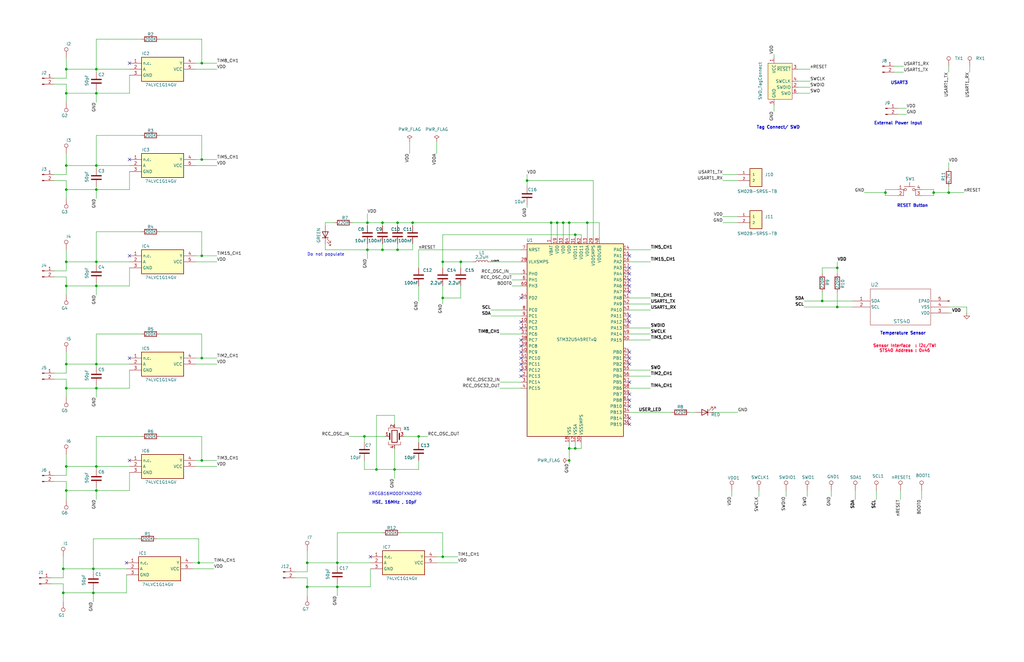
<source format=kicad_sch>
(kicad_sch (version 20231120) (generator "eeschema") (generator_version "8.0")
  (paper "B")
  (junction (at 27.94 163.83))
  (junction (at 27.94 39.37))
  (junction (at 240.03 189.23))
  (junction (at 85.09 67.31))
  (junction (at 40.64 163.83))
  (junction (at 27.94 80.01))
  (junction (at 154.94 105.41))
  (junction (at 40.64 29.21))
  (junction (at 40.64 120.65))
  (junction (at 85.09 194.31))
  (junction (at 85.09 151.13))
  (junction (at 40.64 207.01))
  (junction (at 39.37 250.19))
  (junction (at 40.64 39.37))
  (junction (at 85.09 26.67))
  (junction (at 40.64 110.49))
  (junction (at 85.09 107.95))
  (junction (at 242.57 99.06))
  (junction (at 26.67 250.19))
  (junction (at 40.64 196.85))
  (junction (at 237.49 93.98))
  (junction (at 83.82 237.49))
  (junction (at 39.37 240.03))
  (junction (at 373.38 81.28))
  (junction (at 353.06 113.03))
  (junction (at 26.67 240.03))
  (junction (at 186.69 234.95))
  (junction (at 158.75 198.12))
  (junction (at 393.7 81.28))
  (junction (at 400.05 81.28))
  (junction (at 186.69 110.49))
  (junction (at 222.25 76.2))
  (junction (at 166.37 198.12))
  (junction (at 240.03 194.31))
  (junction (at 27.94 196.85))
  (junction (at 186.69 125.73))
  (junction (at 27.94 69.85))
  (junction (at 27.94 110.49))
  (junction (at 142.24 247.65))
  (junction (at 27.94 207.01))
  (junction (at 161.29 93.98))
  (junction (at 129.54 247.65))
  (junction (at 161.29 105.41))
  (junction (at 194.31 110.49))
  (junction (at 129.54 237.49))
  (junction (at 234.95 93.98))
  (junction (at 346.71 127))
  (junction (at 247.65 93.98))
  (junction (at 173.99 93.98))
  (junction (at 154.94 93.98))
  (junction (at 40.64 69.85))
  (junction (at 240.03 93.98))
  (junction (at 27.94 29.21))
  (junction (at 167.64 105.41))
  (junction (at 40.64 153.67))
  (junction (at 142.24 237.49))
  (junction (at 153.67 184.15))
  (junction (at 27.94 153.67))
  (junction (at 353.06 129.54))
  (junction (at 167.64 93.98))
  (junction (at 242.57 189.23))
  (junction (at 176.53 184.15))
  (junction (at 40.64 80.01))
  (junction (at 232.41 93.98))
  (junction (at 27.94 120.65))
  (no_connect (at 54.61 151.13))
  (no_connect (at 219.71 135.89))
  (no_connect (at 219.71 156.21))
  (no_connect (at 265.43 148.59))
  (no_connect (at 265.43 153.67))
  (no_connect (at 265.43 176.53))
  (no_connect (at 219.71 138.43))
  (no_connect (at 54.61 194.31))
  (no_connect (at 54.61 67.31))
  (no_connect (at 265.43 118.11))
  (no_connect (at 265.43 166.37))
  (no_connect (at 265.43 168.91))
  (no_connect (at 265.43 135.89))
  (no_connect (at 219.71 151.13))
  (no_connect (at 219.71 158.75))
  (no_connect (at 219.71 153.67))
  (no_connect (at 265.43 113.03))
  (no_connect (at 265.43 115.57))
  (no_connect (at 265.43 123.19))
  (no_connect (at 219.71 143.51))
  (no_connect (at 265.43 107.95))
  (no_connect (at 265.43 151.13))
  (no_connect (at 219.71 148.59))
  (no_connect (at 265.43 133.35))
  (no_connect (at 219.71 146.05))
  (no_connect (at 54.61 107.95))
  (no_connect (at 265.43 179.07))
  (no_connect (at 265.43 120.65))
  (no_connect (at 53.34 237.49))
  (no_connect (at 54.61 26.67))
  (no_connect (at 265.43 161.29))
  (no_connect (at 219.71 125.73))
  (no_connect (at 265.43 171.45))
  (no_connect (at 156.21 234.95))
  (wire (pts (xy 346.71 127) (xy 359.41 127)))
  (wire (pts (xy 82.55 196.85) (xy 91.44 196.85)))
  (wire (pts (xy 393.7 81.28) (xy 400.05 81.28)))
  (wire (pts (xy 377.19 27.94) (xy 381 27.94)))
  (wire (pts (xy 156.21 247.65) (xy 156.21 240.03)))
  (wire (pts (xy 186.69 99.06) (xy 242.57 99.06)))
  (wire (pts (xy 353.06 110.49) (xy 353.06 113.03)))
  (wire (pts (xy 129.54 237.49) (xy 142.24 237.49)))
  (wire (pts (xy 85.09 151.13) (xy 91.44 151.13)))
  (wire (pts (xy 240.03 195.58) (xy 240.03 194.31)))
  (wire (pts (xy 85.09 26.67) (xy 91.44 26.67)))
  (wire (pts (xy 129.54 243.84) (xy 129.54 247.65)))
  (wire (pts (xy 82.55 194.31) (xy 85.09 194.31)))
  (wire (pts (xy 265.43 140.97) (xy 274.32 140.97)))
  (wire (pts (xy 85.09 57.15) (xy 85.09 67.31)))
  (wire (pts (xy 166.37 179.07) (xy 166.37 175.26)))
  (wire (pts (xy 400.05 27.94) (xy 400.05 30.48)))
  (wire (pts (xy 336.55 34.29) (xy 341.63 34.29)))
  (wire (pts (xy 407.67 129.54) (xy 407.67 132.08)))
  (wire (pts (xy 373.38 82.55) (xy 378.46 82.55)))
  (wire (pts (xy 27.94 207.01) (xy 27.94 210.82)))
  (wire (pts (xy 176.53 120.65) (xy 176.53 127)))
  (wire (pts (xy 158.75 175.26) (xy 158.75 198.12)))
  (wire (pts (xy 184.15 237.49) (xy 193.04 237.49)))
  (wire (pts (xy 336.55 39.37) (xy 341.63 39.37)))
  (wire (pts (xy 373.38 81.28) (xy 373.38 82.55)))
  (wire (pts (xy 326.39 44.45) (xy 326.39 46.99)))
  (wire (pts (xy 168.91 224.79) (xy 186.69 224.79)))
  (wire (pts (xy 142.24 238.76) (xy 142.24 237.49)))
  (wire (pts (xy 27.94 80.01) (xy 40.64 80.01)))
  (wire (pts (xy 153.67 184.15) (xy 153.67 186.69)))
  (wire (pts (xy 240.03 93.98) (xy 247.65 93.98)))
  (wire (pts (xy 40.64 29.21) (xy 40.64 16.51)))
  (wire (pts (xy 222.25 73.66) (xy 222.25 76.2)))
  (wire (pts (xy 154.94 90.17) (xy 154.94 93.98)))
  (wire (pts (xy 245.11 99.06) (xy 242.57 99.06)))
  (wire (pts (xy 129.54 247.65) (xy 129.54 251.46)))
  (wire (pts (xy 186.69 120.65) (xy 186.69 125.73)))
  (wire (pts (xy 304.8 91.44) (xy 311.15 91.44)))
  (wire (pts (xy 173.99 93.98) (xy 232.41 93.98)))
  (wire (pts (xy 147.32 184.15) (xy 153.67 184.15)))
  (wire (pts (xy 40.64 207.01) (xy 40.64 205.74)))
  (wire (pts (xy 67.31 16.51) (xy 85.09 16.51)))
  (wire (pts (xy 27.94 116.84) (xy 27.94 120.65)))
  (wire (pts (xy 186.69 110.49) (xy 194.31 110.49)))
  (wire (pts (xy 27.94 39.37) (xy 27.94 43.18)))
  (wire (pts (xy 40.64 120.65) (xy 40.64 119.38)))
  (wire (pts (xy 27.94 76.2) (xy 27.94 80.01)))
  (wire (pts (xy 400.05 81.28) (xy 406.4 81.28)))
  (wire (pts (xy 234.95 93.98) (xy 232.41 93.98)))
  (wire (pts (xy 129.54 241.3) (xy 129.54 237.49)))
  (wire (pts (xy 40.64 39.37) (xy 40.64 43.18)))
  (wire (pts (xy 142.24 247.65) (xy 156.21 247.65)))
  (wire (pts (xy 39.37 250.19) (xy 39.37 254)))
  (wire (pts (xy 82.55 26.67) (xy 85.09 26.67)))
  (wire (pts (xy 22.86 200.66) (xy 27.94 200.66)))
  (wire (pts (xy 124.46 243.84) (xy 129.54 243.84)))
  (wire (pts (xy 153.67 198.12) (xy 158.75 198.12)))
  (wire (pts (xy 408.94 27.94) (xy 408.94 30.48)))
  (wire (pts (xy 158.75 198.12) (xy 166.37 198.12)))
  (wire (pts (xy 27.94 120.65) (xy 27.94 124.46)))
  (wire (pts (xy 245.11 189.23) (xy 242.57 189.23)))
  (wire (pts (xy 85.09 97.79) (xy 85.09 107.95)))
  (wire (pts (xy 27.94 160.02) (xy 27.94 163.83)))
  (wire (pts (xy 207.01 130.81) (xy 219.71 130.81)))
  (wire (pts (xy 40.64 97.79) (xy 59.69 97.79)))
  (wire (pts (xy 40.64 198.12) (xy 40.64 196.85)))
  (wire (pts (xy 27.94 105.41) (xy 27.94 110.49)))
  (wire (pts (xy 336.55 29.21) (xy 341.63 29.21)))
  (wire (pts (xy 39.37 241.3) (xy 39.37 240.03)))
  (wire (pts (xy 304.8 73.66) (xy 311.15 73.66)))
  (wire (pts (xy 265.43 128.27) (xy 274.32 128.27)))
  (wire (pts (xy 22.86 73.66) (xy 27.94 73.66)))
  (wire (pts (xy 245.11 186.69) (xy 245.11 189.23)))
  (wire (pts (xy 166.37 198.12) (xy 166.37 201.93)))
  (wire (pts (xy 27.94 157.48) (xy 27.94 153.67)))
  (wire (pts (xy 22.86 116.84) (xy 27.94 116.84)))
  (wire (pts (xy 27.94 69.85) (xy 40.64 69.85)))
  (wire (pts (xy 360.68 207.01) (xy 360.68 210.82)))
  (wire (pts (xy 210.82 140.97) (xy 219.71 140.97)))
  (wire (pts (xy 176.53 198.12) (xy 166.37 198.12)))
  (wire (pts (xy 373.38 80.01) (xy 373.38 81.28)))
  (wire (pts (xy 222.25 76.2) (xy 222.25 78.74)))
  (wire (pts (xy 170.18 184.15) (xy 176.53 184.15)))
  (wire (pts (xy 142.24 237.49) (xy 142.24 224.79)))
  (wire (pts (xy 137.16 102.87) (xy 137.16 105.41)))
  (wire (pts (xy 400.05 78.74) (xy 400.05 81.28)))
  (wire (pts (xy 22.86 35.56) (xy 27.94 35.56)))
  (wire (pts (xy 27.94 163.83) (xy 40.64 163.83)))
  (wire (pts (xy 67.31 140.97) (xy 85.09 140.97)))
  (wire (pts (xy 265.43 158.75) (xy 274.32 158.75)))
  (wire (pts (xy 40.64 163.83) (xy 54.61 163.83)))
  (wire (pts (xy 27.94 35.56) (xy 27.94 39.37)))
  (wire (pts (xy 40.64 120.65) (xy 54.61 120.65)))
  (wire (pts (xy 26.67 240.03) (xy 39.37 240.03)))
  (wire (pts (xy 27.94 80.01) (xy 27.94 83.82)))
  (wire (pts (xy 129.54 232.41) (xy 129.54 237.49)))
  (wire (pts (xy 265.43 110.49) (xy 274.32 110.49)))
  (wire (pts (xy 242.57 100.33) (xy 242.57 99.06)))
  (wire (pts (xy 27.94 24.13) (xy 27.94 29.21)))
  (wire (pts (xy 154.94 105.41) (xy 161.29 105.41)))
  (wire (pts (xy 393.7 81.28) (xy 393.7 82.55)))
  (wire (pts (xy 176.53 184.15) (xy 180.34 184.15)))
  (wire (pts (xy 85.09 16.51) (xy 85.09 26.67)))
  (wire (pts (xy 293.37 173.99) (xy 290.83 173.99)))
  (wire (pts (xy 184.15 59.69) (xy 184.15 64.77)))
  (wire (pts (xy 27.94 73.66) (xy 27.94 69.85)))
  (wire (pts (xy 304.8 93.98) (xy 311.15 93.98)))
  (wire (pts (xy 154.94 93.98) (xy 154.94 95.25)))
  (wire (pts (xy 346.71 113.03) (xy 353.06 113.03)))
  (wire (pts (xy 67.31 97.79) (xy 85.09 97.79)))
  (wire (pts (xy 85.09 140.97) (xy 85.09 151.13)))
  (wire (pts (xy 39.37 227.33) (xy 58.42 227.33)))
  (wire (pts (xy 194.31 110.49) (xy 199.39 110.49)))
  (wire (pts (xy 210.82 163.83) (xy 219.71 163.83)))
  (wire (pts (xy 388.62 207.01) (xy 388.62 210.82)))
  (wire (pts (xy 142.24 224.79) (xy 161.29 224.79)))
  (wire (pts (xy 54.61 163.83) (xy 54.61 156.21)))
  (wire (pts (xy 67.31 57.15) (xy 85.09 57.15)))
  (wire (pts (xy 186.69 234.95) (xy 193.04 234.95)))
  (wire (pts (xy 27.94 200.66) (xy 27.94 196.85)))
  (wire (pts (xy 250.19 76.2) (xy 250.19 100.33)))
  (wire (pts (xy 129.54 247.65) (xy 142.24 247.65)))
  (wire (pts (xy 22.86 76.2) (xy 27.94 76.2)))
  (wire (pts (xy 54.61 39.37) (xy 54.61 31.75)))
  (wire (pts (xy 85.09 107.95) (xy 91.44 107.95)))
  (wire (pts (xy 40.64 39.37) (xy 54.61 39.37)))
  (wire (pts (xy 83.82 237.49) (xy 90.17 237.49)))
  (wire (pts (xy 265.43 156.21) (xy 274.32 156.21)))
  (wire (pts (xy 27.94 64.77) (xy 27.94 69.85)))
  (wire (pts (xy 82.55 153.67) (xy 91.44 153.67)))
  (wire (pts (xy 39.37 240.03) (xy 39.37 227.33)))
  (wire (pts (xy 340.36 207.01) (xy 340.36 209.55)))
  (wire (pts (xy 176.53 105.41) (xy 176.53 113.03)))
  (wire (pts (xy 167.64 102.87) (xy 167.64 105.41)))
  (wire (pts (xy 378.46 45.72) (xy 382.27 45.72)))
  (wire (pts (xy 85.09 67.31) (xy 91.44 67.31)))
  (wire (pts (xy 40.64 111.76) (xy 40.64 110.49)))
  (wire (pts (xy 207.01 133.35) (xy 219.71 133.35)))
  (wire (pts (xy 166.37 175.26) (xy 158.75 175.26)))
  (wire (pts (xy 222.25 76.2) (xy 250.19 76.2)))
  (wire (pts (xy 222.25 86.36) (xy 222.25 87.63)))
  (wire (pts (xy 40.64 163.83) (xy 40.64 162.56)))
  (wire (pts (xy 142.24 237.49) (xy 156.21 237.49)))
  (wire (pts (xy 379.73 207.01) (xy 379.73 210.82)))
  (wire (pts (xy 40.64 196.85) (xy 40.64 184.15)))
  (wire (pts (xy 142.24 247.65) (xy 142.24 251.46)))
  (wire (pts (xy 336.55 36.83) (xy 341.63 36.83)))
  (wire (pts (xy 240.03 189.23) (xy 242.57 189.23)))
  (wire (pts (xy 40.64 110.49) (xy 54.61 110.49)))
  (wire (pts (xy 153.67 184.15) (xy 162.56 184.15)))
  (wire (pts (xy 85.09 194.31) (xy 91.44 194.31)))
  (wire (pts (xy 27.94 110.49) (xy 40.64 110.49)))
  (wire (pts (xy 265.43 130.81) (xy 274.32 130.81)))
  (wire (pts (xy 240.03 189.23) (xy 240.03 186.69)))
  (wire (pts (xy 40.64 140.97) (xy 59.69 140.97)))
  (wire (pts (xy 234.95 93.98) (xy 234.95 100.33)))
  (wire (pts (xy 234.95 93.98) (xy 237.49 93.98)))
  (wire (pts (xy 27.94 120.65) (xy 40.64 120.65)))
  (wire (pts (xy 400.05 129.54) (xy 407.67 129.54)))
  (wire (pts (xy 210.82 161.29) (xy 219.71 161.29)))
  (wire (pts (xy 167.64 105.41) (xy 173.99 105.41)))
  (wire (pts (xy 378.46 48.26) (xy 382.27 48.26)))
  (wire (pts (xy 21.59 246.38) (xy 26.67 246.38)))
  (wire (pts (xy 401.32 132.08) (xy 400.05 132.08)))
  (wire (pts (xy 166.37 189.23) (xy 166.37 198.12)))
  (wire (pts (xy 40.64 207.01) (xy 40.64 210.82)))
  (wire (pts (xy 184.15 234.95) (xy 186.69 234.95)))
  (wire (pts (xy 350.52 207.01) (xy 350.52 209.55)))
  (wire (pts (xy 22.86 160.02) (xy 27.94 160.02)))
  (wire (pts (xy 237.49 93.98) (xy 240.03 93.98)))
  (wire (pts (xy 81.28 237.49) (xy 83.82 237.49)))
  (wire (pts (xy 82.55 151.13) (xy 85.09 151.13)))
  (wire (pts (xy 22.86 33.02) (xy 27.94 33.02)))
  (wire (pts (xy 161.29 102.87) (xy 161.29 105.41)))
  (wire (pts (xy 154.94 93.98) (xy 161.29 93.98)))
  (wire (pts (xy 27.94 148.59) (xy 27.94 153.67)))
  (wire (pts (xy 27.94 153.67) (xy 40.64 153.67)))
  (wire (pts (xy 388.62 80.01) (xy 393.7 80.01)))
  (wire (pts (xy 186.69 125.73) (xy 194.31 125.73)))
  (wire (pts (xy 137.16 95.25) (xy 137.16 93.98)))
  (wire (pts (xy 26.67 250.19) (xy 39.37 250.19)))
  (wire (pts (xy 27.94 39.37) (xy 40.64 39.37)))
  (wire (pts (xy 85.09 184.15) (xy 85.09 194.31)))
  (wire (pts (xy 54.61 207.01) (xy 54.61 199.39)))
  (wire (pts (xy 27.94 207.01) (xy 40.64 207.01)))
  (wire (pts (xy 265.43 125.73) (xy 274.32 125.73)))
  (wire (pts (xy 40.64 69.85) (xy 40.64 57.15)))
  (wire (pts (xy 237.49 93.98) (xy 237.49 100.33)))
  (wire (pts (xy 214.63 115.57) (xy 219.71 115.57)))
  (wire (pts (xy 81.28 240.03) (xy 90.17 240.03)))
  (wire (pts (xy 40.64 163.83) (xy 40.64 167.64)))
  (wire (pts (xy 40.64 30.48) (xy 40.64 29.21)))
  (wire (pts (xy 304.8 76.2) (xy 311.15 76.2)))
  (wire (pts (xy 161.29 93.98) (xy 167.64 93.98)))
  (wire (pts (xy 39.37 240.03) (xy 53.34 240.03)))
  (wire (pts (xy 173.99 102.87) (xy 173.99 105.41)))
  (wire (pts (xy 247.65 93.98) (xy 252.73 93.98)))
  (wire (pts (xy 54.61 120.65) (xy 54.61 113.03)))
  (wire (pts (xy 173.99 95.25) (xy 173.99 93.98)))
  (wire (pts (xy 186.69 125.73) (xy 186.69 128.27)))
  (wire (pts (xy 400.05 68.58) (xy 400.05 71.12)))
  (wire (pts (xy 353.06 123.19) (xy 353.06 129.54)))
  (wire (pts (xy 186.69 99.06) (xy 186.69 110.49)))
  (wire (pts (xy 369.57 207.01) (xy 369.57 210.82)))
  (wire (pts (xy 27.94 114.3) (xy 27.94 110.49)))
  (wire (pts (xy 26.67 234.95) (xy 26.67 240.03)))
  (wire (pts (xy 364.49 81.28) (xy 373.38 81.28)))
  (wire (pts (xy 252.73 100.33) (xy 252.73 93.98)))
  (wire (pts (xy 124.46 241.3) (xy 129.54 241.3)))
  (wire (pts (xy 393.7 80.01) (xy 393.7 81.28)))
  (wire (pts (xy 176.53 184.15) (xy 176.53 186.69)))
  (wire (pts (xy 326.39 22.86) (xy 326.39 24.13)))
  (wire (pts (xy 27.94 29.21) (xy 40.64 29.21)))
  (wire (pts (xy 265.43 143.51) (xy 274.32 143.51)))
  (wire (pts (xy 67.31 184.15) (xy 85.09 184.15)))
  (wire (pts (xy 339.09 127) (xy 346.71 127)))
  (wire (pts (xy 40.64 69.85) (xy 54.61 69.85)))
  (wire (pts (xy 40.64 29.21) (xy 54.61 29.21)))
  (wire (pts (xy 54.61 80.01) (xy 54.61 72.39)))
  (wire (pts (xy 40.64 16.51) (xy 59.69 16.51)))
  (wire (pts (xy 82.55 67.31) (xy 85.09 67.31)))
  (wire (pts (xy 388.62 82.55) (xy 393.7 82.55)))
  (wire (pts (xy 240.03 100.33) (xy 240.03 93.98)))
  (wire (pts (xy 83.82 227.33) (xy 83.82 237.49)))
  (wire (pts (xy 346.71 115.57) (xy 346.71 113.03)))
  (wire (pts (xy 40.64 39.37) (xy 40.64 38.1)))
  (wire (pts (xy 40.64 80.01) (xy 40.64 83.82)))
  (wire (pts (xy 240.03 194.31) (xy 240.03 189.23)))
  (wire (pts (xy 353.06 113.03) (xy 353.06 115.57)))
  (wire (pts (xy 82.55 29.21) (xy 91.44 29.21)))
  (wire (pts (xy 40.64 71.12) (xy 40.64 69.85)))
  (wire (pts (xy 26.67 250.19) (xy 26.67 254)))
  (wire (pts (xy 40.64 57.15) (xy 59.69 57.15)))
  (wire (pts (xy 346.71 123.19) (xy 346.71 127)))
  (wire (pts (xy 186.69 224.79) (xy 186.69 234.95)))
  (wire (pts (xy 27.94 163.83) (xy 27.94 167.64)))
  (wire (pts (xy 22.86 157.48) (xy 27.94 157.48)))
  (wire (pts (xy 66.04 227.33) (xy 83.82 227.33)))
  (wire (pts (xy 154.94 102.87) (xy 154.94 105.41)))
  (wire (pts (xy 265.43 105.41) (xy 274.32 105.41)))
  (wire (pts (xy 40.64 196.85) (xy 54.61 196.85)))
  (wire (pts (xy 154.94 105.41) (xy 154.94 109.22)))
  (wire (pts (xy 40.64 153.67) (xy 54.61 153.67)))
  (wire (pts (xy 82.55 107.95) (xy 85.09 107.95)))
  (wire (pts (xy 378.46 80.01) (xy 373.38 80.01)))
  (wire (pts (xy 40.64 184.15) (xy 59.69 184.15)))
  (wire (pts (xy 27.94 33.02) (xy 27.94 29.21)))
  (wire (pts (xy 265.43 138.43) (xy 274.32 138.43)))
  (wire (pts (xy 27.94 191.77) (xy 27.94 196.85)))
  (wire (pts (xy 40.64 80.01) (xy 40.64 78.74)))
  (wire (pts (xy 215.9 120.65) (xy 219.71 120.65)))
  (wire (pts (xy 377.19 30.48) (xy 381 30.48)))
  (wire (pts (xy 176.53 105.41) (xy 219.71 105.41)))
  (wire (pts (xy 311.15 173.99) (xy 300.99 173.99)))
  (wire (pts (xy 308.61 207.01) (xy 308.61 209.55)))
  (wire (pts (xy 22.86 114.3) (xy 27.94 114.3)))
  (wire (pts (xy 265.43 173.99) (xy 283.21 173.99)))
  (wire (pts (xy 167.64 93.98) (xy 173.99 93.98)))
  (wire (pts (xy 40.64 80.01) (xy 54.61 80.01)))
  (wire (pts (xy 82.55 110.49) (xy 91.44 110.49)))
  (wire (pts (xy 26.67 243.84) (xy 26.67 240.03)))
  (wire (pts (xy 161.29 93.98) (xy 161.29 95.25)))
  (wire (pts (xy 22.86 203.2) (xy 27.94 203.2)))
  (wire (pts (xy 232.41 93.98) (xy 232.41 100.33)))
  (wire (pts (xy 186.69 110.49) (xy 186.69 113.03)))
  (wire (pts (xy 27.94 196.85) (xy 40.64 196.85)))
  (wire (pts (xy 245.11 99.06) (xy 245.11 100.33)))
  (wire (pts (xy 26.67 246.38) (xy 26.67 250.19)))
  (wire (pts (xy 53.34 250.19) (xy 53.34 242.57)))
  (wire (pts (xy 142.24 247.65) (xy 142.24 246.38)))
  (wire (pts (xy 215.9 118.11) (xy 219.71 118.11)))
  (wire (pts (xy 207.01 110.49) (xy 219.71 110.49)))
  (wire (pts (xy 40.64 120.65) (xy 40.64 124.46)))
  (wire (pts (xy 40.64 153.67) (xy 40.64 140.97)))
  (wire (pts (xy 242.57 189.23) (xy 242.57 186.69)))
  (wire (pts (xy 39.37 250.19) (xy 39.37 248.92)))
  (wire (pts (xy 339.09 129.54) (xy 353.06 129.54)))
  (wire (pts (xy 21.59 243.84) (xy 26.67 243.84)))
  (wire (pts (xy 40.64 110.49) (xy 40.64 97.79)))
  (wire (pts (xy 331.47 207.01) (xy 331.47 209.55)))
  (wire (pts (xy 265.43 163.83) (xy 274.32 163.83)))
  (wire (pts (xy 167.64 93.98) (xy 167.64 95.25)))
  (wire (pts (xy 148.59 93.98) (xy 154.94 93.98)))
  (wire (pts (xy 353.06 129.54) (xy 359.41 129.54)))
  (wire (pts (xy 82.55 69.85) (xy 91.44 69.85)))
  (wire (pts (xy 247.65 93.98) (xy 247.65 100.33)))
  (wire (pts (xy 153.67 194.31) (xy 153.67 198.12)))
  (wire (pts (xy 194.31 110.49) (xy 194.31 113.03)))
  (wire (pts (xy 40.64 154.94) (xy 40.64 153.67)))
  (wire (pts (xy 320.04 207.01) (xy 320.04 209.55)))
  (wire (pts (xy 137.16 105.41) (xy 154.94 105.41)))
  (wire (pts (xy 194.31 120.65) (xy 194.31 125.73)))
  (wire (pts (xy 40.64 207.01) (xy 54.61 207.01)))
  (wire (pts (xy 172.72 59.69) (xy 172.72 64.77)))
  (wire (pts (xy 161.29 105.41) (xy 167.64 105.41)))
  (wire (pts (xy 176.53 194.31) (xy 176.53 198.12)))
  (wire (pts (xy 137.16 93.98) (xy 140.97 93.98)))
  (wire (pts (xy 27.94 203.2) (xy 27.94 207.01)))
  (wire (pts (xy 39.37 250.19) (xy 53.34 250.19)))
  (text "XRCGB16M000FXN02R0" (at 166.624 208.534 0) (effects (font (size 1.27 1.27))))
  (text "External Power Input\n" (at 378.714 52.07 0) (effects (font (size 1.27 1.27) (thickness 0.254) (bold yes))))
  (text "Sensor Interface  : i2c/TWI\nSTS40 Address : 0x46" (at 381.508 147.066 0) (effects (font (size 1.27 1.27) (thickness 0.254) (bold yes))))
  (text "RESET Button" (at 384.81 86.868 0) (effects (font (size 1.27 1.27) (thickness 0.254) (bold yes))))
  (text "Tag Connect/ SWD\n\n" (at 328.168 54.864 0) (effects (font (size 1.27 1.27) (thickness 0.254) (bold yes))))
  (text "HSE, 16MHz , 10pF\n\n" (at 166.37 213.106 0) (effects (font (size 1.27 1.27) (thickness 0.254) (bold yes))))
  (text "USART3\n" (at 379.222 35.052 0) (effects (font (size 1.27 1.27) (thickness 0.254) (bold yes))))
  (text "Do not populate" (at 137.414 107.442 0) (effects (font (size 1.27 1.27))))
  (text "Temperature Sensor\n" (at 380.746 140.716 0) (effects (font (size 1.27 1.27) (thickness 0.254) (bold yes))))
  (label "SWCLK" (at 274.32 140.97 0) (effects (font (thickness 0.254) (bold yes))))
  (label "GND" (at 40.64 43.18 270))
  (label "SWDIO" (at 331.47 209.55 270))
  (label "TIM1_CH1" (at 193.04 234.95 0))
  (label "GND" (at 40.64 83.82 270))
  (label "VDD" (at 401.32 132.08 0) (effects (font (thickness 0.254) (bold yes))))
  (label "GND" (at 154.94 109.22 270))
  (label "VDD" (at 91.44 196.85 0))
  (label "RCC_OSC32_IN" (at 210.82 161.29 180))
  (label "GND" (at 311.15 173.99 0))
  (label "VDD" (at 326.39 22.86 90))
  (label "VDD" (at 382.27 45.72 0))
  (label "USART1_RX" (at 381 27.94 0))
  (label "SWO" (at 274.32 156.21 0) (effects (font (thickness 0.254) (bold yes))))
  (label "VDD" (at 91.44 153.67 0))
  (label "GND" (at 142.24 251.46 270))
  (label "SWDIO" (at 274.32 138.43 0) (effects (font (thickness 0.254) (bold yes))))
  (label "TIM15_CH1" (at 274.32 110.49 0) (effects (font (thickness 0.254) (bold yes))))
  (label "VDD" (at 91.44 110.49 0))
  (label "BOOT0" (at 215.9 120.65 180))
  (label "TIM5_CH1" (at 274.32 105.41 0) (effects (font (thickness 0.254) (bold yes))))
  (label "VDD" (at 304.8 91.44 180))
  (label "GND" (at 222.25 87.63 270))
  (label "RCC_OSC_IN" (at 214.63 115.57 180))
  (label "VLXSMPS" (at 207.01 110.49 0) (effects (font (size 0.508 0.508))))
  (label "GND" (at 350.52 209.55 270))
  (label "SWO" (at 341.63 39.37 0))
  (label "VDD" (at 353.06 110.49 0) (effects (font (thickness 0.254) (bold yes))))
  (label "RCC_OSC_OUT" (at 180.34 184.15 0))
  (label "SWO" (at 340.36 209.55 270))
  (label "SCL" (at 207.01 130.81 180) (effects (font (thickness 0.254) (bold yes))))
  (label "SDA" (at 339.09 127 180) (effects (font (thickness 0.254) (bold yes))))
  (label "TIM8_CH1" (at 91.44 26.67 0))
  (label "GND" (at 186.69 128.27 270))
  (label "nRESET" (at 341.63 29.21 0))
  (label "SDA" (at 207.01 133.35 180) (effects (font (thickness 0.254) (bold yes))))
  (label "USART1_TX" (at 274.32 128.27 0) (effects (font (thickness 0.254) (bold yes))))
  (label "VDD" (at 222.25 73.66 0))
  (label "VDD" (at 193.04 237.49 0))
  (label "TIM2_CH1" (at 274.32 158.75 0) (effects (font (thickness 0.254) (bold yes))))
  (label "GND" (at 382.27 48.26 0))
  (label "VDD" (at 90.17 240.03 0))
  (label "nRESET" (at 406.4 81.28 0))
  (label "USART1_TX" (at 400.05 30.48 270))
  (label "USART1_RX" (at 408.94 30.48 270))
  (label "USART1_RX" (at 304.8 76.2 180))
  (label "TIM2_CH1" (at 91.44 151.13 0))
  (label "SCL" (at 369.57 210.82 270) (effects (font (thickness 0.254) (bold yes))))
  (label "TIM3_CH1" (at 274.32 143.51 0) (effects (font (thickness 0.254) (bold yes))))
  (label "TIM1_CH1" (at 274.32 125.73 0) (effects (font (thickness 0.254) (bold yes))))
  (label "VDD" (at 91.44 69.85 0))
  (label "BOOT0" (at 388.62 210.82 270))
  (label "SCL" (at 339.09 129.54 180) (effects (font (thickness 0.254) (bold yes))))
  (label "USART1_TX" (at 304.8 73.66 180))
  (label "USART1_RX" (at 274.32 130.81 0) (effects (font (thickness 0.254) (bold yes))))
  (label "nRESET" (at 379.73 210.82 270))
  (label "TIM3_CH1" (at 91.44 194.31 0))
  (label "GND" (at 364.49 81.28 180))
  (label "GND" (at 40.64 167.64 270))
  (label "TIM4_CH1" (at 90.17 237.49 0))
  (label "RCC_OSC_OUT" (at 215.9 118.11 180))
  (label "GND" (at 240.03 195.58 270))
  (label "USER_LED" (at 269.24 173.99 0) (effects (font (thickness 0.254) (bold yes))))
  (label "GND" (at 304.8 93.98 180))
  (label "VDD" (at 91.44 29.21 0))
  (label "TIM8_CH1" (at 210.82 140.97 180) (effects (font (thickness 0.254) (bold yes))))
  (label "SDA" (at 360.68 210.82 270) (effects (font (thickness 0.254) (bold yes))))
  (label "VDD" (at 400.05 68.58 0))
  (label "SWDIO" (at 341.63 36.83 0))
  (label "GND" (at 166.37 201.93 270))
  (label "TIM4_CH1" (at 274.32 163.83 0) (effects (font (thickness 0.254) (bold yes))))
  (label "TIM15_CH1" (at 91.44 107.95 0))
  (label "TIM5_CH1" (at 91.44 67.31 0))
  (label "VDD" (at 308.61 209.55 270))
  (label "GND" (at 39.37 254 270))
  (label "VDD" (at 172.72 64.77 270))
  (label "GND" (at 176.53 127 270))
  (label "nRESET" (at 176.53 105.41 0))
  (label "GND" (at 326.39 46.99 270))
  (label "GND" (at 40.64 210.82 270))
  (label "VDD" (at 154.94 90.17 0))
  (label "RCC_OSC32_OUT" (at 210.82 163.83 180))
  (label "VDDA" (at 184.15 64.77 270))
  (label "USART1_TX" (at 381 30.48 0))
  (label "GND" (at 40.64 124.46 270))
  (label "SWCLK" (at 320.04 209.55 270))
  (label "RCC_OSC_IN" (at 147.32 184.15 180))
  (label "SWCLK" (at 341.63 34.29 0))
  (symbol (lib_id "power:GND") (at 407.67 132.08 0) (unit 1)
    (property "Reference" "#PWR01" (effects (hide yes)))
    (property "Value" "GND" (effects (hide yes)))
    (property "Description" "Power symbol creates a global label with name \"GND\" , ground" (effects (hide yes)))
  )
  (symbol (lib_id "Connector:TestPoint") (at 320.04 207.01 0) (unit 1)
    (property "Reference" "SWCLK1" (at 316.738 201.422 0) (effects (justify left)))
    (property "Value" "DUT1" (effects (hide yes)))
    (property "Footprint" "TestPoint:TestPoint_Pad_1.0x1.0mm" (effects (hide yes)))
    (property "Description" "test point" (effects (hide yes)))
  )
  (symbol (lib_id "Connector:TestPoint") (at 308.61 207.01 0) (unit 1)
    (property "Reference" "VDD1" (at 306.832 201.676 0) (effects (justify left)))
    (property "Value" "DUT1" (effects (hide yes)))
    (property "Footprint" "TestPoint:TestPoint_Pad_1.0x1.0mm" (effects (hide yes)))
    (property "Description" "test point" (effects (hide yes)))
  )
  (symbol (lib_id "Device:C") (at 39.37 245.11 0) (unit 1)
    (property "Reference" "C1" (at 40.132 242.316 0) (effects (justify left)))
    (property "Value" "50pF" (at 35.306 247.142 90) (effects (justify left)))
    (property "Footprint" "Capacitor_SMD:C_0402_1005Metric" (effects (hide yes)))
    (property "Description" "Unpolarized capacitor" (effects (hide yes)))
  )
  (symbol (lib_id "Connector:TestPoint") (at 129.54 251.46 180) (unit 1)
    (property "Reference" "G7" (at 127.508 257.048 0) (effects (justify right)))
    (property "Value" "DUT1" (effects (hide yes)))
    (property "Footprint" "TestPoint:TestPoint_Pad_1.0x1.0mm" (effects (hide yes)))
    (property "Description" "test point" (effects (hide yes)))
  )
  (symbol (lib_id "Project_Work:74LVC1G14GV") (at 156.21 234.95 0) (unit 1)
    (property "Reference" "IC7" (at 163.068 230.886 0))
    (property "Value" "74LVC1G14GV" (at 169.418 244.094 0))
    (property "Footprint" "Project_Work:74LVC1G14GV" (effects (hide yes)))
    (property "Datasheet" "https://assets.nexperia.com/documents/data-sheet/74LVC1G14.pdf" (effects (hide yes)))
    (property "Description" "74LVC1G14 - Single Schmitt-trigger inverter@en-us" (effects (hide yes)))
    (property "Height" "1.1" (effects (hide yes)))
    (property "Manufacturer_Name" "Nexperia" (effects (hide yes)))
    (property "Manufacturer_Part_Number" "74LVC1G14GV,125" (effects (hide yes)))
    (property "Mouser Part Number" "771-74LVC1G14GV" (effects (hide yes)))
    (property "Mouser Price/Stock" "https://www.mouser.co.uk/ProductDetail/Nexperia/74LVC1G14GV125?qs=me8TqzrmIYUL5v%2FYSc8%2FIw%3D%3D" (effects (hide yes)))
    (property "Arrow Part Number" "74LVC1G14GV,125" (effects (hide yes)))
    (property "Arrow Price/Stock" "https://www.arrow.com/en/products/74lvc1g14gv125/nexperia?utm_currency=USD&region=nac" (effects (hide yes)))
  )
  (symbol (lib_id "Connector:Conn_01x02_Pin") (at 17.78 33.02 0) (unit 1)
    (property "Reference" "J2" (at 18.542 30.734 0))
    (property "Value" "Conn_01x02_Pin" (effects (hide yes)))
    (property "Footprint" "Connector_PinHeader_1.27mm:PinHeader_1x02_P1.27mm_Vertical" (effects (hide yes)))
    (property "Description" "Generic connector, single row, 01x02, script generated" (effects (hide yes)))
  )
  (symbol (lib_id "Device:R") (at 400.05 74.93 0) (unit 1)
    (property "Reference" "R11" (at 397.764 76.454 90) (effects (justify left)))
    (property "Value" "4.7K" (at 400.05 77.47 90) (effects (justify left)))
    (property "Footprint" "Resistor_SMD:R_0603_1608Metric" (effects (hide yes)))
    (property "Description" "Resistor" (effects (hide yes)))
  )
  (symbol (lib_id "Device:C") (at 176.53 116.84 0) (unit 1)
    (property "Reference" "C12" (at 178.308 114.046 0) (effects (justify left)))
    (property "Value" "100nF" (at 170.434 119.38 0) (effects (justify left)))
    (property "Footprint" "Resistor_SMD:R_0603_1608Metric" (effects (hide yes)))
    (property "Description" "Unpolarized capacitor" (effects (hide yes)))
  )
  (symbol (lib_id "Connector:Conn_01x02_Pin") (at 16.51 243.84 0) (unit 1)
    (property "Reference" "J1" (at 17.272 241.554 0))
    (property "Value" "Conn_01x02_Pin" (effects (hide yes)))
    (property "Footprint" "Connector_PinHeader_1.27mm:PinHeader_1x02_P1.27mm_Vertical" (effects (hide yes)))
    (property "Description" "Generic connector, single row, 01x02, script generated" (effects (hide yes)))
  )
  (symbol (lib_id "Device:Crystal_GND24") (at 166.37 184.15 0) (unit 1)
    (property "Reference" "X1" (at 171.45 180.848 0))
    (property "Value" "Crystal_GND24" (effects (hide yes)))
    (property "Footprint" "Project_Work:ECS-25MHz_XTAL" (effects (hide yes)))
    (property "Description" "Four pin crystal, GND on pins 2 and 4" (effects (hide yes)))
  )
  (symbol (lib_id "Device:R") (at 63.5 140.97 90) (unit 1)
    (property "Reference" "R5" (at 63.5 138.938 90))
    (property "Value" "200K" (at 63.5 140.97 90))
    (property "Footprint" "Resistor_SMD:R_0402_1005Metric" (effects (hide yes)))
    (property "Description" "Resistor" (effects (hide yes)))
  )
  (symbol (lib_id "power:PWR_FLAG") (at 172.72 59.69 0) (unit 1)
    (property "Reference" "#FLG01" (effects (hide yes)))
    (property "Value" "PWR_FLAG" (at 172.72 54.61 0))
    (property "Description" "Special symbol for telling ERC where power comes from" (effects (hide yes)))
  )
  (symbol (lib_id "Connector:Conn_01x02_Pin") (at 373.38 45.72 0) (unit 1)
    (property "Reference" "J9" (at 374.142 43.434 0))
    (property "Value" "Conn_01x02_Pin" (effects (hide yes)))
    (property "Footprint" "Connector_PinHeader_1.27mm:PinHeader_1x02_P1.27mm_Vertical" (effects (hide yes)))
    (property "Description" "Generic connector, single row, 01x02, script generated" (effects (hide yes)))
  )
  (symbol (lib_id "Connector:TestPoint") (at 340.36 207.01 0) (unit 1)
    (property "Reference" "SWO1" (at 338.074 201.422 0) (effects (justify left)))
    (property "Value" "DUT1" (effects (hide yes)))
    (property "Footprint" "TestPoint:TestPoint_Pad_1.0x1.0mm" (effects (hide yes)))
    (property "Description" "test point" (effects (hide yes)))
  )
  (symbol (lib_id "Connector:Conn_01x02_Pin") (at 372.11 27.94 0) (unit 1)
    (property "Reference" "J8" (at 372.872 25.654 0))
    (property "Value" "Conn_01x02_Pin" (effects (hide yes)))
    (property "Footprint" "Connector_PinHeader_1.27mm:PinHeader_1x02_P1.27mm_Vertical" (effects (hide yes)))
    (property "Description" "Generic connector, single row, 01x02, script generated" (effects (hide yes)))
  )
  (symbol (lib_id "Connector:TestPoint") (at 388.62 207.01 0) (unit 1)
    (property "Reference" "BOOT1" (at 386.08 200.66 0) (effects (justify left)))
    (property "Value" "DUT1" (effects (hide yes)))
    (property "Footprint" "TestPoint:TestPoint_Pad_1.0x1.0mm" (effects (hide yes)))
    (property "Description" "test point" (effects (hide yes)))
  )
  (symbol (lib_id "Device:R") (at 63.5 184.15 90) (unit 1)
    (property "Reference" "R6" (at 63.5 182.118 90))
    (property "Value" "200K" (at 63.5 184.15 90))
    (property "Footprint" "Resistor_SMD:R_0402_1005Metric" (effects (hide yes)))
    (property "Description" "Resistor" (effects (hide yes)))
  )
  (symbol (lib_id "Connector:TestPoint") (at 369.57 207.01 0) (unit 1)
    (property "Reference" "SCL1" (at 367.792 200.914 0) (effects (justify left)))
    (property "Value" "DUT1" (effects (hide yes)))
    (property "Footprint" "TestPoint:TestPoint_Pad_1.0x1.0mm" (effects (hide yes)))
    (property "Description" "test point" (effects (hide yes)))
  )
  (symbol (lib_id "Connector:TestPoint") (at 27.94 124.46 180) (unit 1)
    (property "Reference" "G4" (at 25.908 130.048 0) (effects (justify right)))
    (property "Value" "DUT1" (effects (hide yes)))
    (property "Footprint" "TestPoint:TestPoint_Pad_1.0x1.0mm" (effects (hide yes)))
    (property "Description" "test point" (effects (hide yes)))
  )
  (symbol (lib_id "Device:R") (at 63.5 97.79 90) (unit 1)
    (property "Reference" "R4" (at 63.5 95.758 90))
    (property "Value" "200K" (at 63.5 97.79 90))
    (property "Footprint" "Resistor_SMD:R_0402_1005Metric" (effects (hide yes)))
    (property "Description" "Resistor" (effects (hide yes)))
  )
  (symbol (lib_id "Connector:TestPoint") (at 400.05 27.94 0) (unit 1)
    (property "Reference" "TX1" (at 402.59 24.6379 0) (effects (justify left)))
    (property "Value" "DUT1" (effects (hide yes)))
    (property "Footprint" "TestPoint:TestPoint_Pad_1.0x1.0mm" (effects (hide yes)))
    (property "Description" "test point" (effects (hide yes)))
  )
  (symbol (lib_id "Device:LED") (at 297.18 173.99 180) (unit 1)
    (property "Reference" "D2" (effects (hide yes)))
    (property "Value" "RED" (at 301.752 175.006 0))
    (property "Footprint" "LED_SMD:LED_0603_1608Metric" (effects (hide yes)))
    (property "Description" "Light emitting diode" (effects (hide yes)))
  )
  (symbol (lib_id "Connector:TestPoint") (at 26.67 254 180) (unit 1)
    (property "Reference" "G1" (at 24.638 259.588 0) (effects (justify right)))
    (property "Value" "DUT1" (effects (hide yes)))
    (property "Footprint" "TestPoint:TestPoint_Pad_1.0x1.0mm" (effects (hide yes)))
    (property "Description" "test point" (effects (hide yes)))
  )
  (symbol (lib_id "MCU_ST_STM32U5:STM32U545RETxQ") (at 242.57 143.51 0) (unit 1)
    (property "Reference" "U1" (at 221.996 101.346 0) (effects (justify left)))
    (property "Value" "STM32U545RETxQ" (at 234.696 143.256 0) (effects (justify left)))
    (property "Footprint" "Package_QFP:LQFP-64_10x10mm_P0.5mm" (effects (hide yes)))
    (property "Datasheet" "https://www.st.com/resource/en/datasheet/stm32u545re.pdf" (effects (hide yes)))
    (property "Description" "STMicroelectronics Arm Cortex-M33 MCU, 512KB flash, 274KB RAM, 47 GPIO, LQFP64" (effects (hide yes)))
  )
  (symbol (lib_id "Connector:TestPoint") (at 360.68 207.01 0) (unit 1)
    (property "Reference" "SDA1" (at 358.394 201.422 0) (effects (justify left)))
    (property "Value" "DUT1" (effects (hide yes)))
    (property "Footprint" "TestPoint:TestPoint_Pad_1.0x1.0mm" (effects (hide yes)))
    (property "Description" "test point" (effects (hide yes)))
  )
  (symbol (lib_id "Connector:TestPoint") (at 27.94 191.77 0) (unit 1)
    (property "Reference" "I6" (at 29.972 186.182 0) (effects (justify right)))
    (property "Value" "DUT1" (effects (hide yes)))
    (property "Footprint" "TestPoint:TestPoint_Pad_1.0x1.0mm" (effects (hide yes)))
    (property "Description" "test point" (effects (hide yes)))
  )
  (symbol (lib_id "Project_Work:74LVC1G14GV") (at 53.34 237.49 0) (unit 1)
    (property "Reference" "IC1" (at 60.198 233.426 0))
    (property "Value" "74LVC1G14GV" (at 66.548 246.634 0))
    (property "Footprint" "Project_Work:74LVC1G14GV" (effects (hide yes)))
    (property "Datasheet" "https://assets.nexperia.com/documents/data-sheet/74LVC1G14.pdf" (effects (hide yes)))
    (property "Description" "74LVC1G14 - Single Schmitt-trigger inverter@en-us" (effects (hide yes)))
    (property "Height" "1.1" (effects (hide yes)))
    (property "Manufacturer_Name" "Nexperia" (effects (hide yes)))
    (property "Manufacturer_Part_Number" "74LVC1G14GV,125" (effects (hide yes)))
    (property "Mouser Part Number" "771-74LVC1G14GV" (effects (hide yes)))
    (property "Mouser Price/Stock" "https://www.mouser.co.uk/ProductDetail/Nexperia/74LVC1G14GV125?qs=me8TqzrmIYUL5v%2FYSc8%2FIw%3D%3D" (effects (hide yes)))
    (property "Arrow Part Number" "74LVC1G14GV,125" (effects (hide yes)))
    (property "Arrow Price/Stock" "https://www.arrow.com/en/products/74lvc1g14gv125/nexperia?utm_currency=USD&region=nac" (effects (hide yes)))
  )
  (symbol (lib_id "Connector:TestPoint") (at 27.94 167.64 180) (unit 1)
    (property "Reference" "G5" (at 25.908 173.228 0) (effects (justify right)))
    (property "Value" "DUT1" (effects (hide yes)))
    (property "Footprint" "TestPoint:TestPoint_Pad_1.0x1.0mm" (effects (hide yes)))
    (property "Description" "test point" (effects (hide yes)))
  )
  (symbol (lib_id "Project_Work:STS40-CD1B-R3") (at 359.41 127 0) (unit 1)
    (property "Reference" "U2" (at 368.808 120.142 0) (effects (font (size 1.524 1.524))))
    (property "Value" "STS40" (at 380.238 135.636 0) (effects (font (size 1.524 1.524))))
    (property "Footprint" "Project_Work:STS40" (effects (hide yes)))
    (property "Datasheet" "STS40-CD1B-R3" (effects (hide yes)))
  )
  (symbol (lib_id "Connector:Conn_ARM_SWD_TagConnect_TC2030-NL") (at 328.93 34.29 0) (unit 1) (in_bom no)
    (property "Reference" "J7" (effects (hide yes)))
    (property "Value" "SWD_TagConnect" (at 320.548 26.162 90) (effects (justify right)))
    (property "Footprint" "Connector:Tag-Connect_TC2030-IDC-NL_2x03_P1.27mm_Vertical" (effects (hide yes)))
    (property "Datasheet" "https://www.tag-connect.com/wp-content/uploads/bsk-pdf-manager/TC2030-CTX_1.pdf" (effects (hide yes)))
    (property "Description" "Tag-Connect ARM Cortex SWD JTAG connector, 6 pin, no legs" (effects (hide yes)))
  )
  (symbol (lib_id "Connector:TestPoint") (at 27.94 148.59 0) (unit 1)
    (property "Reference" "I5" (at 29.972 143.002 0) (effects (justify right)))
    (property "Value" "DUT1" (effects (hide yes)))
    (property "Footprint" "TestPoint:TestPoint_Pad_1.0x1.0mm" (effects (hide yes)))
    (property "Description" "test point" (effects (hide yes)))
  )
  (symbol (lib_id "Project_Work:SM02B-SRSS-TB_LF__SN_") (at 311.15 78.74 0) (unit 1)
    (property "Reference" "J10" (at 322.58 73.6599 0) (effects (justify left)))
    (property "Value" "SM02B-SRSS-TB" (at 310.896 80.772 0) (effects (justify left)))
    (property "Footprint" "Project_Work:SM02B-SRSS-TB" (effects (hide yes)))
    (property "Description" "SH Series 2 Position 1 mm Pitch Surface Mount Side Entry Shrouded Header" (effects (hide yes)))
    (property "MF" "JST Sales" (effects (hide yes)))
    (property "PACKAGE" "None" (effects (hide yes)))
    (property "PRICE" "0.23 USD" (effects (hide yes)))
    (property "Package" "None" (effects (hide yes)))
    (property "Check_prices" "https://www.snapeda.com/parts/SM02B-SRSS-TB(LF)(SN)/JST/view-part/?ref=eda" (effects (hide yes)))
    (property "Price" "None" (effects (hide yes)))
    (property "SnapEDA_Link" "https://www.snapeda.com/parts/SM02B-SRSS-TB(LF)(SN)/JST/view-part/?ref=snap" (effects (hide yes)))
    (property "MP" "SM02B-SRSS-TB(LF)(SN)" (effects (hide yes)))
    (property "Availability" "In Stock" (effects (hide yes)))
    (property "AVAILABILITY" "Good" (effects (hide yes)))
    (property "Description_1" "\n                        \n                            Connector Header Surface Mount, Right Angle 2 position 0.039 (1.00mm)\n                        \n" (effects (hide yes)))
  )
  (symbol (lib_id "Switch:SW_MEC_5E") (at 383.54 82.55 0) (unit 1)
    (property "Reference" "SW1" (at 383.794 75.438 0))
    (property "Value" "SW_MEC_5E" (effects (hide yes)))
    (property "Footprint" "Project_Work:SW4_PTS815 SJM 250 SMTR LFS_CNK" (effects (hide yes)))
    (property "Datasheet" "http://www.apem.com/int/index.php?controller=attachment&id_attachment=1371" (effects (hide yes)))
    (property "Description" "MEC 5E single pole normally-open tactile switch" (effects (hide yes)))
  )
  (symbol (lib_id "Project_Work:SM02B-SRSS-TB_LF__SN_") (at 311.15 96.52 0) (unit 1)
    (property "Reference" "J11" (at 322.58 91.4399 0) (effects (justify left)))
    (property "Value" "SM02B-SRSS-TB" (at 310.896 98.552 0) (effects (justify left)))
    (property "Footprint" "Project_Work:SM02B-SRSS-TB" (effects (hide yes)))
    (property "Description" "SH Series 2 Position 1 mm Pitch Surface Mount Side Entry Shrouded Header" (effects (hide yes)))
    (property "MF" "JST Sales" (effects (hide yes)))
    (property "PACKAGE" "None" (effects (hide yes)))
    (property "PRICE" "0.23 USD" (effects (hide yes)))
    (property "Package" "None" (effects (hide yes)))
    (property "Check_prices" "https://www.snapeda.com/parts/SM02B-SRSS-TB(LF)(SN)/JST/view-part/?ref=eda" (effects (hide yes)))
    (property "Price" "None" (effects (hide yes)))
    (property "SnapEDA_Link" "https://www.snapeda.com/parts/SM02B-SRSS-TB(LF)(SN)/JST/view-part/?ref=snap" (effects (hide yes)))
    (property "MP" "SM02B-SRSS-TB(LF)(SN)" (effects (hide yes)))
    (property "Availability" "In Stock" (effects (hide yes)))
    (property "AVAILABILITY" "Good" (effects (hide yes)))
    (property "Description_1" "\n                        \n                            Connector Header Surface Mount, Right Angle 2 position 0.039 (1.00mm)\n                        \n" (effects (hide yes)))
  )
  (symbol (lib_id "Project_Work:74LVC1G14GV") (at 54.61 67.31 0) (unit 1)
    (property "Reference" "IC3" (at 61.468 63.246 0))
    (property "Value" "74LVC1G14GV" (at 67.818 76.454 0))
    (property "Footprint" "Project_Work:74LVC1G14GV" (effects (hide yes)))
    (property "Datasheet" "https://assets.nexperia.com/documents/data-sheet/74LVC1G14.pdf" (effects (hide yes)))
    (property "Description" "74LVC1G14 - Single Schmitt-trigger inverter@en-us" (effects (hide yes)))
    (property "Height" "1.1" (effects (hide yes)))
    (property "Manufacturer_Name" "Nexperia" (effects (hide yes)))
    (property "Manufacturer_Part_Number" "74LVC1G14GV,125" (effects (hide yes)))
    (property "Mouser Part Number" "771-74LVC1G14GV" (effects (hide yes)))
    (property "Mouser Price/Stock" "https://www.mouser.co.uk/ProductDetail/Nexperia/74LVC1G14GV125?qs=me8TqzrmIYUL5v%2FYSc8%2FIw%3D%3D" (effects (hide yes)))
    (property "Arrow Part Number" "74LVC1G14GV,125" (effects (hide yes)))
    (property "Arrow Price/Stock" "https://www.arrow.com/en/products/74lvc1g14gv125/nexperia?utm_currency=USD&region=nac" (effects (hide yes)))
  )
  (symbol (lib_id "Device:C") (at 161.29 99.06 0) (unit 1)
    (property "Reference" "C9" (at 158.496 96.774 0) (effects (justify left)))
    (property "Value" "100nF" (at 155.194 101.6 0) (effects (justify left)))
    (property "Footprint" "Capacitor_SMD:C_0402_1005Metric" (effects (hide yes)))
    (property "Description" "Unpolarized capacitor" (effects (hide yes)))
  )
  (symbol (lib_id "Project_Work:74LVC1G14GV") (at 54.61 107.95 0) (unit 1)
    (property "Reference" "IC4" (at 61.468 103.886 0))
    (property "Value" "74LVC1G14GV" (at 67.818 117.094 0))
    (property "Footprint" "Project_Work:74LVC1G14GV" (effects (hide yes)))
    (property "Datasheet" "https://assets.nexperia.com/documents/data-sheet/74LVC1G14.pdf" (effects (hide yes)))
    (property "Description" "74LVC1G14 - Single Schmitt-trigger inverter@en-us" (effects (hide yes)))
    (property "Height" "1.1" (effects (hide yes)))
    (property "Manufacturer_Name" "Nexperia" (effects (hide yes)))
    (property "Manufacturer_Part_Number" "74LVC1G14GV,125" (effects (hide yes)))
    (property "Mouser Part Number" "771-74LVC1G14GV" (effects (hide yes)))
    (property "Mouser Price/Stock" "https://www.mouser.co.uk/ProductDetail/Nexperia/74LVC1G14GV125?qs=me8TqzrmIYUL5v%2FYSc8%2FIw%3D%3D" (effects (hide yes)))
    (property "Arrow Part Number" "74LVC1G14GV,125" (effects (hide yes)))
    (property "Arrow Price/Stock" "https://www.arrow.com/en/products/74lvc1g14gv125/nexperia?utm_currency=USD&region=nac" (effects (hide yes)))
  )
  (symbol (lib_id "Device:C") (at 154.94 99.06 0) (unit 1)
    (property "Reference" "C8" (at 150.876 96.774 0) (effects (justify left)))
    (property "Value" "10uF" (at 149.606 101.6 0) (effects (justify left)))
    (property "Footprint" "Capacitor_SMD:C_0402_1005Metric" (effects (hide yes)))
    (property "Description" "Unpolarized capacitor" (effects (hide yes)))
  )
  (symbol (lib_id "Connector:TestPoint") (at 27.94 24.13 0) (unit 1)
    (property "Reference" "I2" (at 29.972 18.542 0) (effects (justify right)))
    (property "Value" "DUT1" (effects (hide yes)))
    (property "Footprint" "TestPoint:TestPoint_Pad_1.0x1.0mm" (effects (hide yes)))
    (property "Description" "test point" (effects (hide yes)))
  )
  (symbol (lib_id "Device:C") (at 142.24 242.57 0) (unit 1)
    (property "Reference" "C17" (at 143.002 239.776 0) (effects (justify left)))
    (property "Value" "50pF" (at 138.176 244.602 90) (effects (justify left)))
    (property "Footprint" "Capacitor_SMD:C_0603_1608Metric_Pad1.08x0.95mm_HandSolder" (effects (hide yes)))
    (property "Description" "Unpolarized capacitor" (effects (hide yes)))
  )
  (symbol (lib_id "Device:R") (at 62.23 227.33 90) (unit 1)
    (property "Reference" "R1" (at 62.23 225.298 90))
    (property "Value" "200K" (at 62.23 227.33 90))
    (property "Footprint" "Resistor_SMD:R_0402_1005Metric" (effects (hide yes)))
    (property "Description" "Resistor" (effects (hide yes)))
  )
  (symbol (lib_id "Project_Work:74LVC1G14GV") (at 54.61 194.31 0) (unit 1)
    (property "Reference" "IC6" (at 61.468 190.246 0))
    (property "Value" "74LVC1G14GV" (at 67.818 203.454 0))
    (property "Footprint" "Project_Work:74LVC1G14GV" (effects (hide yes)))
    (property "Datasheet" "https://assets.nexperia.com/documents/data-sheet/74LVC1G14.pdf" (effects (hide yes)))
    (property "Description" "74LVC1G14 - Single Schmitt-trigger inverter@en-us" (effects (hide yes)))
    (property "Height" "1.1" (effects (hide yes)))
    (property "Manufacturer_Name" "Nexperia" (effects (hide yes)))
    (property "Manufacturer_Part_Number" "74LVC1G14GV,125" (effects (hide yes)))
    (property "Mouser Part Number" "771-74LVC1G14GV" (effects (hide yes)))
    (property "Mouser Price/Stock" "https://www.mouser.co.uk/ProductDetail/Nexperia/74LVC1G14GV125?qs=me8TqzrmIYUL5v%2FYSc8%2FIw%3D%3D" (effects (hide yes)))
    (property "Arrow Part Number" "74LVC1G14GV,125" (effects (hide yes)))
    (property "Arrow Price/Stock" "https://www.arrow.com/en/products/74lvc1g14gv125/nexperia?utm_currency=USD&region=nac" (effects (hide yes)))
  )
  (symbol (lib_id "Device:L") (at 203.2 110.49 90) (unit 1)
    (property "Reference" "L1" (at 203.2 106.68 90))
    (property "Value" "2.2uH" (at 203.2 108.458 90))
    (property "Footprint" "Inductor_SMD:L_0603_1608Metric" (effects (hide yes)))
    (property "Description" "Inductor" (effects (hide yes)))
  )
  (symbol (lib_id "Device:C") (at 40.64 74.93 0) (unit 1)
    (property "Reference" "C3" (at 41.402 72.136 0) (effects (justify left)))
    (property "Value" "50pF" (at 36.576 76.962 90) (effects (justify left)))
    (property "Footprint" "Capacitor_SMD:C_0402_1005Metric" (effects (hide yes)))
    (property "Description" "Unpolarized capacitor" (effects (hide yes)))
  )
  (symbol (lib_id "Device:C") (at 40.64 158.75 0) (unit 1)
    (property "Reference" "C5" (at 41.402 155.956 0) (effects (justify left)))
    (property "Value" "50pF" (at 36.576 160.782 90) (effects (justify left)))
    (property "Footprint" "Capacitor_SMD:C_0402_1005Metric" (effects (hide yes)))
    (property "Description" "Unpolarized capacitor" (effects (hide yes)))
  )
  (symbol (lib_id "Device:C") (at 186.69 116.84 0) (unit 1)
    (property "Reference" "C14" (at 188.468 114.046 0) (effects (justify left)))
    (property "Value" "2.2uF" (at 181.356 119.38 0) (effects (justify left)))
    (property "Footprint" "Capacitor_SMD:C_0402_1005Metric" (effects (hide yes)))
    (property "Description" "Unpolarized capacitor" (effects (hide yes)))
  )
  (symbol (lib_id "Connector:Conn_01x02_Pin") (at 17.78 73.66 0) (unit 1)
    (property "Reference" "J3" (at 18.542 71.374 0))
    (property "Value" "Conn_01x02_Pin" (effects (hide yes)))
    (property "Footprint" "Connector_PinHeader_1.27mm:PinHeader_1x02_P1.27mm_Vertical" (effects (hide yes)))
    (property "Description" "Generic connector, single row, 01x02, script generated" (effects (hide yes)))
  )
  (symbol (lib_id "Device:R") (at 287.02 173.99 270) (unit 1)
    (property "Reference" "R8" (at 285.496 171.704 90) (effects (justify left)))
    (property "Value" "220R" (at 284.48 173.99 90) (effects (justify left)))
    (property "Footprint" "Resistor_SMD:R_0402_1005Metric" (effects (hide yes)))
    (property "Description" "Resistor" (effects (hide yes)))
  )
  (symbol (lib_id "Device:R") (at 165.1 224.79 90) (unit 1)
    (property "Reference" "R12" (at 165.1 222.758 90))
    (property "Value" "200K" (at 165.1 224.79 90))
    (property "Footprint" "Resistor_SMD:R_0603_1608Metric_Pad0.98x0.95mm_HandSolder" (effects (hide yes)))
    (property "Description" "Resistor" (effects (hide yes)))
  )
  (symbol (lib_id "Device:C") (at 40.64 201.93 0) (unit 1)
    (property "Reference" "C6" (at 41.402 199.136 0) (effects (justify left)))
    (property "Value" "50pF" (at 36.576 203.962 90) (effects (justify left)))
    (property "Footprint" "Capacitor_SMD:C_0402_1005Metric" (effects (hide yes)))
    (property "Description" "Unpolarized capacitor" (effects (hide yes)))
  )
  (symbol (lib_id "Connector:Conn_01x02_Pin") (at 17.78 157.48 0) (unit 1)
    (property "Reference" "J5" (at 18.542 155.194 0))
    (property "Value" "Conn_01x02_Pin" (effects (hide yes)))
    (property "Footprint" "Connector_PinHeader_1.27mm:PinHeader_1x02_P1.27mm_Vertical" (effects (hide yes)))
    (property "Description" "Generic connector, single row, 01x02, script generated" (effects (hide yes)))
  )
  (symbol (lib_id "Connector:TestPoint") (at 331.47 207.01 0) (unit 1)
    (property "Reference" "SWDIO1" (at 328.422 201.422 0) (effects (justify left)))
    (property "Value" "DUT1" (effects (hide yes)))
    (property "Footprint" "TestPoint:TestPoint_Pad_1.0x1.0mm" (effects (hide yes)))
    (property "Description" "test point" (effects (hide yes)))
  )
  (symbol (lib_id "Project_Work:74LVC1G14GV") (at 54.61 151.13 0) (unit 1)
    (property "Reference" "IC5" (at 61.468 147.066 0))
    (property "Value" "74LVC1G14GV" (at 67.818 160.274 0))
    (property "Footprint" "Project_Work:74LVC1G14GV" (effects (hide yes)))
    (property "Datasheet" "https://assets.nexperia.com/documents/data-sheet/74LVC1G14.pdf" (effects (hide yes)))
    (property "Description" "74LVC1G14 - Single Schmitt-trigger inverter@en-us" (effects (hide yes)))
    (property "Height" "1.1" (effects (hide yes)))
    (property "Manufacturer_Name" "Nexperia" (effects (hide yes)))
    (property "Manufacturer_Part_Number" "74LVC1G14GV,125" (effects (hide yes)))
    (property "Mouser Part Number" "771-74LVC1G14GV" (effects (hide yes)))
    (property "Mouser Price/Stock" "https://www.mouser.co.uk/ProductDetail/Nexperia/74LVC1G14GV125?qs=me8TqzrmIYUL5v%2FYSc8%2FIw%3D%3D" (effects (hide yes)))
    (property "Arrow Part Number" "74LVC1G14GV,125" (effects (hide yes)))
    (property "Arrow Price/Stock" "https://www.arrow.com/en/products/74lvc1g14gv125/nexperia?utm_currency=USD&region=nac" (effects (hide yes)))
  )
  (symbol (lib_id "Device:C") (at 176.53 190.5 0) (unit 1)
    (property "Reference" "C13" (at 177.292 187.96 0) (effects (justify left)))
    (property "Value" "10pF" (at 170.434 193.04 0) (effects (justify left)))
    (property "Footprint" "Capacitor_SMD:C_0402_1005Metric" (effects (hide yes)))
    (property "Description" "Unpolarized capacitor" (effects (hide yes)))
  )
  (symbol (lib_id "Connector:Conn_01x02_Pin") (at 17.78 200.66 0) (unit 1)
    (property "Reference" "J6" (at 18.542 198.374 0))
    (property "Value" "Conn_01x02_Pin" (effects (hide yes)))
    (property "Footprint" "Connector_PinHeader_1.27mm:PinHeader_1x02_P1.27mm_Vertical" (effects (hide yes)))
    (property "Description" "Generic connector, single row, 01x02, script generated" (effects (hide yes)))
  )
  (symbol (lib_id "Connector:TestPoint") (at 408.94 27.94 0) (unit 1)
    (property "Reference" "RX1" (at 411.48 24.6379 0) (effects (justify left)))
    (property "Value" "DUT1" (effects (hide yes)))
    (property "Footprint" "TestPoint:TestPoint_Pad_1.0x1.0mm" (effects (hide yes)))
    (property "Description" "test point" (effects (hide yes)))
  )
  (symbol (lib_id "Connector:TestPoint") (at 350.52 207.01 0) (unit 1)
    (property "Reference" "GND1" (at 348.742 201.168 0) (effects (justify left)))
    (property "Value" "DUT1" (effects (hide yes)))
    (property "Footprint" "TestPoint:TestPoint_Pad_1.0x1.0mm" (effects (hide yes)))
    (property "Description" "test point" (effects (hide yes)))
  )
  (symbol (lib_id "Device:C") (at 167.64 99.06 0) (unit 1)
    (property "Reference" "C10" (at 164.846 96.774 0) (effects (justify left)))
    (property "Value" "100nF" (at 161.544 101.6 0) (effects (justify left)))
    (property "Footprint" "Capacitor_SMD:C_0402_1005Metric" (effects (hide yes)))
    (property "Description" "Unpolarized capacitor" (effects (hide yes)))
  )
  (symbol (lib_id "Device:R") (at 353.06 119.38 180) (unit 1)
    (property "Reference" "R10" (at 355.346 117.856 90) (effects (justify left)))
    (property "Value" "220R" (at 353.06 116.84 90) (effects (justify left)))
    (property "Footprint" "Resistor_SMD:R_0402_1005Metric" (effects (hide yes)))
    (property "Description" "Resistor" (effects (hide yes)))
  )
  (symbol (lib_id "Device:C") (at 222.25 82.55 0) (unit 1)
    (property "Reference" "C16" (at 222.504 80.01 0) (effects (justify left)))
    (property "Value" "10uF" (at 216.916 85.09 0) (effects (justify left)))
    (property "Footprint" "Capacitor_SMD:C_0402_1005Metric" (effects (hide yes)))
    (property "Description" "Unpolarized capacitor" (effects (hide yes)))
  )
  (symbol (lib_id "power:PWR_FLAG") (at 240.03 194.31 90) (unit 1)
    (property "Reference" "#FLG03" (effects (hide yes)))
    (property "Value" "PWR_FLAG" (at 236.22 194.3099 90) (effects (justify left)))
    (property "Description" "Special symbol for telling ERC where power comes from" (effects (hide yes)))
  )
  (symbol (lib_id "Device:C") (at 40.64 34.29 0) (unit 1)
    (property "Reference" "C2" (at 41.402 31.496 0) (effects (justify left)))
    (property "Value" "50pF" (at 36.576 36.322 90) (effects (justify left)))
    (property "Footprint" "Capacitor_SMD:C_0402_1005Metric" (effects (hide yes)))
    (property "Description" "Unpolarized capacitor" (effects (hide yes)))
  )
  (symbol (lib_id "Connector:TestPoint") (at 129.54 232.41 0) (unit 1)
    (property "Reference" "I7" (at 131.572 226.822 0) (effects (justify right)))
    (property "Value" "DUT1" (effects (hide yes)))
    (property "Footprint" "TestPoint:TestPoint_Pad_1.0x1.0mm" (effects (hide yes)))
    (property "Description" "test point" (effects (hide yes)))
  )
  (symbol (lib_id "Device:C") (at 173.99 99.06 0) (unit 1)
    (property "Reference" "C11" (at 169.926 96.774 0) (effects (justify left)))
    (property "Value" "100nF" (at 167.894 101.6 0) (effects (justify left)))
    (property "Footprint" "Capacitor_SMD:C_0402_1005Metric" (effects (hide yes)))
    (property "Description" "Unpolarized capacitor" (effects (hide yes)))
  )
  (symbol (lib_id "Connector:TestPoint") (at 27.94 105.41 0) (unit 1)
    (property "Reference" "I4" (at 29.972 99.822 0) (effects (justify right)))
    (property "Value" "DUT1" (effects (hide yes)))
    (property "Footprint" "TestPoint:TestPoint_Pad_1.0x1.0mm" (effects (hide yes)))
    (property "Description" "test point" (effects (hide yes)))
  )
  (symbol (lib_id "Connector:TestPoint") (at 27.94 64.77 0) (unit 1)
    (property "Reference" "I3" (at 29.972 59.182 0) (effects (justify right)))
    (property "Value" "DUT1" (effects (hide yes)))
    (property "Footprint" "TestPoint:TestPoint_Pad_1.0x1.0mm" (effects (hide yes)))
    (property "Description" "test point" (effects (hide yes)))
  )
  (symbol (lib_id "Device:C") (at 153.67 190.5 0) (unit 1)
    (property "Reference" "C7" (at 153.924 187.96 0) (effects (justify left)))
    (property "Value" "10pF" (at 147.574 193.04 0) (effects (justify left)))
    (property "Footprint" "Capacitor_SMD:C_0402_1005Metric" (effects (hide yes)))
    (property "Description" "Unpolarized capacitor" (effects (hide yes)))
  )
  (symbol (lib_id "Device:C") (at 194.31 116.84 0) (unit 1)
    (property "Reference" "C15" (at 196.088 114.046 0) (effects (justify left)))
    (property "Value" "2.2uF" (at 188.976 119.38 0) (effects (justify left)))
    (property "Footprint" "Capacitor_SMD:C_0402_1005Metric" (effects (hide yes)))
    (property "Description" "Unpolarized capacitor" (effects (hide yes)))
  )
  (symbol (lib_id "Connector:TestPoint") (at 27.94 83.82 180) (unit 1)
    (property "Reference" "G3" (at 25.908 89.408 0) (effects (justify right)))
    (property "Value" "DUT1" (effects (hide yes)))
    (property "Footprint" "TestPoint:TestPoint_Pad_1.0x1.0mm" (effects (hide yes)))
    (property "Description" "test point" (effects (hide yes)))
  )
  (symbol (lib_id "Device:R") (at 63.5 16.51 90) (unit 1)
    (property "Reference" "R2" (at 63.5 14.478 90))
    (property "Value" "200K" (at 63.5 16.51 90))
    (property "Footprint" "Resistor_SMD:R_0402_1005Metric" (effects (hide yes)))
    (property "Description" "Resistor" (effects (hide yes)))
  )
  (symbol (lib_id "power:PWR_FLAG") (at 184.15 59.69 0) (unit 1)
    (property "Reference" "#FLG02" (effects (hide yes)))
    (property "Value" "PWR_FLAG" (at 184.15 54.61 0))
    (property "Description" "Special symbol for telling ERC where power comes from" (effects (hide yes)))
  )
  (symbol (lib_id "Device:R") (at 346.71 119.38 180) (unit 1)
    (property "Reference" "R9" (at 348.996 117.856 90) (effects (justify left)))
    (property "Value" "220R" (at 346.71 116.84 90) (effects (justify left)))
    (property "Footprint" "Resistor_SMD:R_0402_1005Metric" (effects (hide yes)))
    (property "Description" "Resistor" (effects (hide yes)))
  )
  (symbol (lib_id "Connector:TestPoint") (at 27.94 43.18 180) (unit 1)
    (property "Reference" "G2" (at 25.908 48.768 0) (effects (justify right)))
    (property "Value" "DUT1" (effects (hide yes)))
    (property "Footprint" "TestPoint:TestPoint_Pad_1.0x1.0mm" (effects (hide yes)))
    (property "Description" "test point" (effects (hide yes)))
  )
  (symbol (lib_id "Device:LED") (at 137.16 99.06 90) (unit 1)
    (property "Reference" "D1" (effects (hide yes)))
    (property "Value" "GREEN" (at 134.366 99.314 0))
    (property "Footprint" "LED_SMD:LED_0603_1608Metric" (effects (hide yes)))
    (property "Description" "Light emitting diode" (effects (hide yes)))
  )
  (symbol (lib_id "Device:R") (at 144.78 93.98 90) (unit 1)
    (property "Reference" "R7" (at 146.812 91.948 90) (effects (justify left)))
    (property "Value" "220R" (at 147.32 93.98 90) (effects (justify left)))
    (property "Footprint" "Resistor_SMD:R_0603_1608Metric" (effects (hide yes)))
    (property "Description" "Resistor" (effects (hide yes)))
  )
  (symbol (lib_id "Connector:Conn_01x02_Pin") (at 17.78 114.3 0) (unit 1)
    (property "Reference" "J4" (at 18.542 112.014 0))
    (property "Value" "Conn_01x02_Pin" (effects (hide yes)))
    (property "Footprint" "Connector_PinHeader_1.27mm:PinHeader_1x02_P1.27mm_Vertical" (effects (hide yes)))
    (property "Description" "Generic connector, single row, 01x02, script generated" (effects (hide yes)))
  )
  (symbol (lib_id "Connector:TestPoint") (at 379.73 207.01 0) (unit 1)
    (property "Reference" "nRESET1" (at 375.92 201.422 0) (effects (justify left)))
    (property "Value" "DUT1" (effects (hide yes)))
    (property "Footprint" "TestPoint:TestPoint_Pad_1.0x1.0mm" (effects (hide yes)))
    (property "Description" "test point" (effects (hide yes)))
  )
  (symbol (lib_id "Connector:TestPoint") (at 26.67 234.95 0) (unit 1)
    (property "Reference" "I1" (at 28.702 229.362 0) (effects (justify right)))
    (property "Value" "DUT1" (effects (hide yes)))
    (property "Footprint" "TestPoint:TestPoint_Pad_1.0x1.0mm" (effects (hide yes)))
    (property "Description" "test point" (effects (hide yes)))
  )
  (symbol (lib_id "Project_Work:74LVC1G14GV") (at 54.61 26.67 0) (unit 1)
    (property "Reference" "IC2" (at 61.468 22.606 0))
    (property "Value" "74LVC1G14GV" (at 67.818 35.814 0))
    (property "Footprint" "Project_Work:74LVC1G14GV" (effects (hide yes)))
    (property "Datasheet" "https://assets.nexperia.com/documents/data-sheet/74LVC1G14.pdf" (effects (hide yes)))
    (property "Description" "74LVC1G14 - Single Schmitt-trigger inverter@en-us" (effects (hide yes)))
    (property "Height" "1.1" (effects (hide yes)))
    (property "Manufacturer_Name" "Nexperia" (effects (hide yes)))
    (property "Manufacturer_Part_Number" "74LVC1G14GV,125" (effects (hide yes)))
    (property "Mouser Part Number" "771-74LVC1G14GV" (effects (hide yes)))
    (property "Mouser Price/Stock" "https://www.mouser.co.uk/ProductDetail/Nexperia/74LVC1G14GV125?qs=me8TqzrmIYUL5v%2FYSc8%2FIw%3D%3D" (effects (hide yes)))
    (property "Arrow Part Number" "74LVC1G14GV,125" (effects (hide yes)))
    (property "Arrow Price/Stock" "https://www.arrow.com/en/products/74lvc1g14gv125/nexperia?utm_currency=USD&region=nac" (effects (hide yes)))
  )
  (symbol (lib_id "Device:C") (at 40.64 115.57 0) (unit 1)
    (property "Reference" "C4" (at 41.402 112.776 0) (effects (justify left)))
    (property "Value" "50pF" (at 36.576 117.602 90) (effects (justify left)))
    (property "Footprint" "Capacitor_SMD:C_0402_1005Metric" (effects (hide yes)))
    (property "Description" "Unpolarized capacitor" (effects (hide yes)))
  )
  (symbol (lib_id "Connector:TestPoint") (at 27.94 210.82 180) (unit 1)
    (property "Reference" "G6" (at 25.908 216.408 0) (effects (justify right)))
    (property "Value" "DUT1" (effects (hide yes)))
    (property "Footprint" "TestPoint:TestPoint_Pad_1.0x1.0mm" (effects (hide yes)))
    (property "Description" "test point" (effects (hide yes)))
  )
  (symbol (lib_id "Device:R") (at 63.5 57.15 90) (unit 1)
    (property "Reference" "R3" (at 63.5 55.118 90))
    (property "Value" "200K" (at 63.5 57.15 90))
    (property "Footprint" "Resistor_SMD:R_0402_1005Metric" (effects (hide yes)))
    (property "Description" "Resistor" (effects (hide yes)))
  )
  (symbol (lib_id "Connector:Conn_01x02_Pin") (at 119.38 241.3 0) (unit 1)
    (property "Reference" "J12" (at 120.142 239.014 0))
    (property "Value" "Conn_01x02_Pin" (effects (hide yes)))
    (property "Footprint" "Connector_PinHeader_1.27mm:PinHeader_1x02_P1.27mm_Vertical" (effects (hide yes)))
    (property "Description" "Generic connector, single row, 01x02, script generated" (effects (hide yes)))
  )
)
</source>
